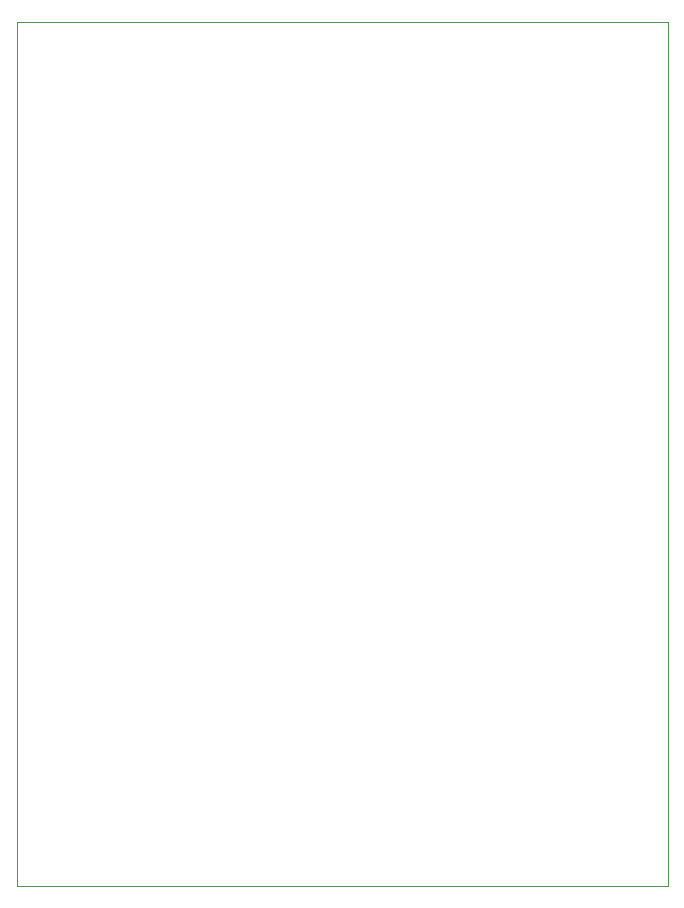
<source format=gbr>
%TF.GenerationSoftware,KiCad,Pcbnew,7.0.10*%
%TF.CreationDate,2024-02-20T17:57:49-08:00*%
%TF.ProjectId,HarnessTesterAll,4861726e-6573-4735-9465-73746572416c,rev?*%
%TF.SameCoordinates,Original*%
%TF.FileFunction,Profile,NP*%
%FSLAX46Y46*%
G04 Gerber Fmt 4.6, Leading zero omitted, Abs format (unit mm)*
G04 Created by KiCad (PCBNEW 7.0.10) date 2024-02-20 17:57:49*
%MOMM*%
%LPD*%
G01*
G04 APERTURE LIST*
%TA.AperFunction,Profile*%
%ADD10C,0.050000*%
%TD*%
G04 APERTURE END LIST*
D10*
X86868000Y-56896000D02*
X141986000Y-56896000D01*
X141986000Y-130048000D01*
X86868000Y-130048000D01*
X86868000Y-56896000D01*
M02*

</source>
